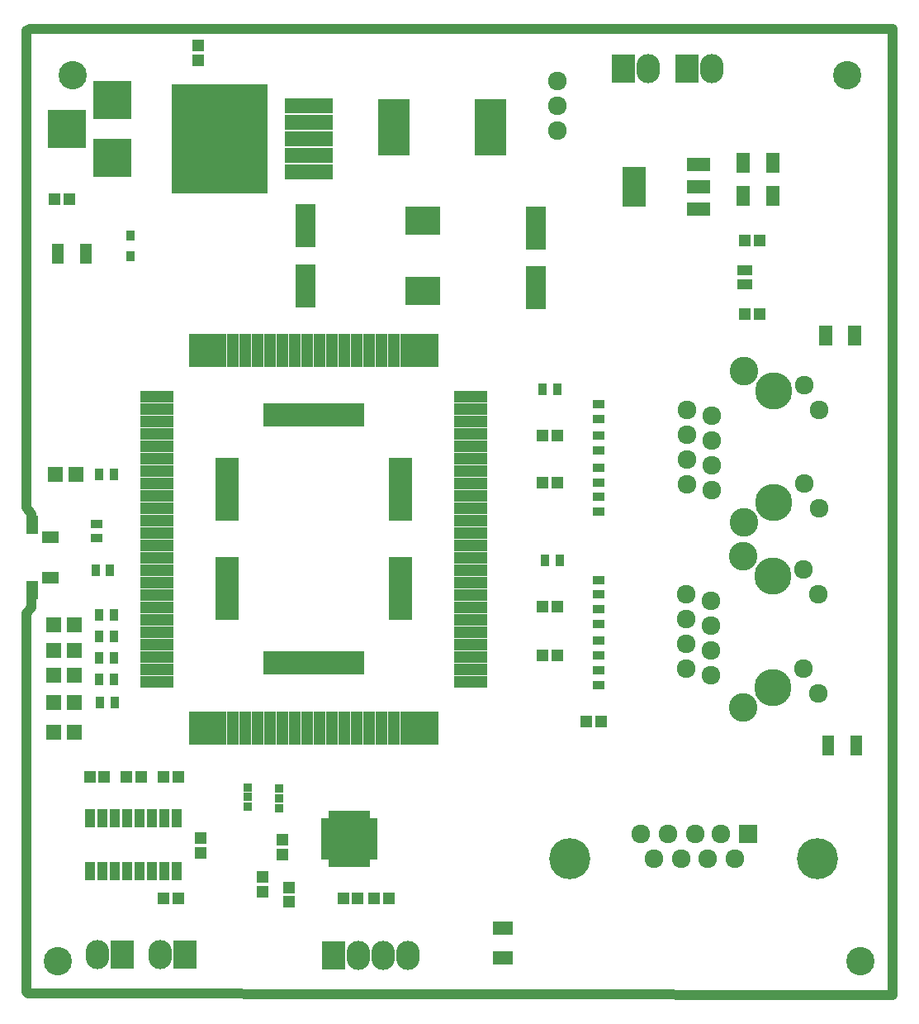
<source format=gbr>
G04 #@! TF.FileFunction,Soldermask,Top*
%FSLAX46Y46*%
G04 Gerber Fmt 4.6, Leading zero omitted, Abs format (unit mm)*
G04 Created by KiCad (PCBNEW 4.0.2-stable) date 09/06/16 16:45:41*
%MOMM*%
G01*
G04 APERTURE LIST*
%ADD10C,0.100000*%
%ADD11C,1.000000*%
%ADD12R,1.150000X1.200000*%
%ADD13R,1.200000X1.150000*%
%ADD14R,2.000200X4.400500*%
%ADD15R,1.400000X2.000000*%
%ADD16R,2.000000X1.400000*%
%ADD17R,3.900120X3.900120*%
%ADD18R,0.850000X0.990000*%
%ADD19R,3.600000X3.000000*%
%ADD20R,1.598880X1.598880*%
%ADD21C,4.210000*%
%ADD22R,1.924000X1.924000*%
%ADD23C,1.924000*%
%ADD24C,3.800000*%
%ADD25C,2.940000*%
%ADD26R,0.900000X0.900000*%
%ADD27R,3.300680X5.800040*%
%ADD28R,1.598880X0.999440*%
%ADD29R,2.400000X3.000000*%
%ADD30O,2.400000X3.000000*%
%ADD31R,1.300000X0.900000*%
%ADD32R,1.300000X2.100000*%
%ADD33R,0.900000X1.300000*%
%ADD34R,1.670000X1.300000*%
%ADD35R,1.200000X1.850000*%
%ADD36R,5.000000X1.500000*%
%ADD37R,9.800000X11.200000*%
%ADD38R,1.100000X0.650000*%
%ADD39R,0.650000X1.100000*%
%ADD40R,2.125000X2.125000*%
%ADD41R,3.400000X1.300000*%
%ADD42R,1.300000X3.400000*%
%ADD43R,2.700000X3.400000*%
%ADD44R,10.400000X2.400000*%
%ADD45R,2.400000X6.550000*%
%ADD46R,2.432000X4.057600*%
%ADD47R,2.432000X1.416000*%
%ADD48R,1.000000X1.900000*%
%ADD49C,2.900000*%
G04 APERTURE END LIST*
D10*
D11*
X101100000Y-100300000D02*
X101100000Y-100500000D01*
X100600000Y-99600000D02*
X101100000Y-100300000D01*
X100600000Y-50700000D02*
X100600000Y-99600000D01*
X101100000Y-109800000D02*
X101100000Y-108800000D01*
X100600000Y-110400000D02*
X101100000Y-109800000D01*
X100600000Y-149200000D02*
X100600000Y-110400000D01*
X100700000Y-149400000D02*
X100600000Y-149200000D01*
X189400000Y-149500000D02*
X100700000Y-149400000D01*
X189400000Y-50600000D02*
X189400000Y-149500000D01*
X100900000Y-50600000D02*
X189400000Y-50600000D01*
D12*
X118200000Y-53750000D03*
X118200000Y-52250000D03*
D13*
X103450000Y-68000000D03*
X104950000Y-68000000D03*
D14*
X129200000Y-70749460D03*
X129200000Y-76850540D03*
X152800000Y-70949460D03*
X152800000Y-77050540D03*
D12*
X124800000Y-138950000D03*
X124800000Y-137450000D03*
X126800000Y-133650000D03*
X126800000Y-135150000D03*
X127500000Y-138500000D03*
X127500000Y-140000000D03*
D13*
X134550000Y-139600000D03*
X133050000Y-139600000D03*
X137750000Y-139600000D03*
X136250000Y-139600000D03*
D15*
X174062242Y-64291594D03*
X177062242Y-64291594D03*
X174062242Y-67691594D03*
X177062242Y-67691594D03*
D13*
X155000000Y-97000000D03*
X153500000Y-97000000D03*
X155000000Y-109750000D03*
X153500000Y-109750000D03*
X155000000Y-92250000D03*
X153500000Y-92250000D03*
X155000000Y-114750000D03*
X153500000Y-114750000D03*
D16*
X149400000Y-145700000D03*
X149400000Y-142700000D03*
D13*
X174250000Y-72250000D03*
X175750000Y-72250000D03*
X158000000Y-121500000D03*
X159500000Y-121500000D03*
X174250000Y-79750000D03*
X175750000Y-79750000D03*
D15*
X185500000Y-82000000D03*
X182500000Y-82000000D03*
D17*
X109400000Y-63799480D03*
X109400000Y-57800000D03*
X104701000Y-60799740D03*
D18*
X111200000Y-71745000D03*
X111200000Y-73855000D03*
D19*
X141200000Y-77400000D03*
X141200000Y-70200000D03*
D20*
X105649020Y-96200000D03*
X103550980Y-96200000D03*
X105449020Y-111600000D03*
X103350980Y-111600000D03*
X105449020Y-114200000D03*
X103350980Y-114200000D03*
X105449020Y-116800000D03*
X103350980Y-116800000D03*
X105449020Y-119600000D03*
X103350980Y-119600000D03*
X105449020Y-122600000D03*
X103350980Y-122600000D03*
D21*
X156303000Y-135600000D03*
X181703000Y-135600000D03*
D22*
X174591000Y-133060000D03*
D23*
X171797000Y-133060000D03*
X169130000Y-133060000D03*
X166336000Y-133060000D03*
X163542000Y-133060000D03*
X173194000Y-135600000D03*
X170400000Y-135600000D03*
X167733000Y-135600000D03*
X164939000Y-135600000D03*
D24*
X177182000Y-87650000D03*
X177182000Y-99080000D03*
D23*
X170832000Y-97810000D03*
X168292000Y-97175000D03*
X170832000Y-95270000D03*
X168292000Y-94635000D03*
X170832000Y-92730000D03*
X168292000Y-92095000D03*
X170832000Y-90190000D03*
D25*
X174134000Y-85618000D03*
X174134000Y-101112000D03*
D23*
X180300000Y-97150000D03*
X181820000Y-89580000D03*
X181820000Y-99690000D03*
X180300000Y-87040000D03*
X168292000Y-89555000D03*
D24*
X177140000Y-106570000D03*
X177140000Y-118000000D03*
D23*
X170790000Y-116730000D03*
X168250000Y-116095000D03*
X170790000Y-114190000D03*
X168250000Y-113555000D03*
X170790000Y-111650000D03*
X168250000Y-111015000D03*
X170790000Y-109110000D03*
D25*
X174092000Y-104538000D03*
X174092000Y-120032000D03*
D23*
X180258000Y-116070000D03*
X181778000Y-108500000D03*
X181778000Y-118610000D03*
X180258000Y-105960000D03*
X168250000Y-108475000D03*
D26*
X126500000Y-130400000D03*
X126500000Y-129400000D03*
X126500000Y-128400000D03*
X123250000Y-130250000D03*
X123250000Y-129250000D03*
X123250000Y-128250000D03*
D27*
X138249540Y-60600000D03*
X148150460Y-60600000D03*
D28*
X174250000Y-76701040D03*
X174250000Y-75298960D03*
D29*
X132060000Y-145500000D03*
D30*
X134600000Y-145500000D03*
X137140000Y-145500000D03*
X139680000Y-145500000D03*
D29*
X161800000Y-54600000D03*
D30*
X164340000Y-54600000D03*
D29*
X168260000Y-54600000D03*
D30*
X170800000Y-54600000D03*
D31*
X107750000Y-102750000D03*
X107750000Y-101250000D03*
D32*
X103750000Y-73600000D03*
X106650000Y-73600000D03*
D33*
X109550000Y-96200000D03*
X108050000Y-96200000D03*
X109550000Y-110600000D03*
X108050000Y-110600000D03*
X109550000Y-112800000D03*
X108050000Y-112800000D03*
X109550000Y-115000000D03*
X108050000Y-115000000D03*
X109550000Y-117200000D03*
X108050000Y-117200000D03*
X109600000Y-119600000D03*
X108100000Y-119600000D03*
X109150000Y-106000000D03*
X107650000Y-106000000D03*
X155000000Y-87500000D03*
X153500000Y-87500000D03*
X155250000Y-105000000D03*
X153750000Y-105000000D03*
D31*
X159250000Y-90500000D03*
X159250000Y-89000000D03*
X159250000Y-92250000D03*
X159250000Y-93750000D03*
X159250000Y-98500000D03*
X159250000Y-100000000D03*
X159250000Y-97000000D03*
X159250000Y-95500000D03*
X159250000Y-108500000D03*
X159250000Y-107000000D03*
X159250000Y-110000000D03*
X159250000Y-111500000D03*
X159250000Y-116250000D03*
X159250000Y-117750000D03*
X159250000Y-114750000D03*
X159250000Y-113250000D03*
D23*
X155000000Y-58400000D03*
X155000000Y-55860000D03*
X155000000Y-60940000D03*
D34*
X103000000Y-102600000D03*
X103000000Y-106800000D03*
D35*
X101115000Y-101325000D03*
X101115000Y-108075000D03*
D36*
X129550000Y-58400000D03*
X129550000Y-60100000D03*
X129550000Y-63500000D03*
D37*
X120400000Y-61800000D03*
D36*
X129550000Y-61800000D03*
X129550000Y-65200000D03*
D38*
X136062500Y-135287500D03*
X136062500Y-134787500D03*
X136062500Y-134287500D03*
X136062500Y-133787500D03*
X136062500Y-133287500D03*
X136062500Y-132787500D03*
X136062500Y-132287500D03*
X136062500Y-131787500D03*
D39*
X135412500Y-131137500D03*
X134912500Y-131137500D03*
X134412500Y-131137500D03*
X133912500Y-131137500D03*
X133412500Y-131137500D03*
X132912500Y-131137500D03*
X132412500Y-131137500D03*
X131912500Y-131137500D03*
D38*
X131262500Y-131787500D03*
X131262500Y-132287500D03*
X131262500Y-132787500D03*
X131262500Y-133287500D03*
X131262500Y-133787500D03*
X131262500Y-134287500D03*
X131262500Y-134787500D03*
X131262500Y-135287500D03*
D39*
X131912500Y-135937500D03*
X132412500Y-135937500D03*
X132912500Y-135937500D03*
X133412500Y-135937500D03*
X133912500Y-135937500D03*
X134412500Y-135937500D03*
X134912500Y-135937500D03*
X135412500Y-135937500D03*
D40*
X132800000Y-132675000D03*
X132800000Y-134400000D03*
X134525000Y-132675000D03*
X134525000Y-134400000D03*
D41*
X113920000Y-88225000D03*
X113920000Y-89495000D03*
X113920000Y-90765000D03*
X113920000Y-92035000D03*
X113920000Y-93305000D03*
X113920000Y-94575000D03*
X113920000Y-95845000D03*
X113920000Y-97115000D03*
X113920000Y-98385000D03*
X113920000Y-99655000D03*
X113920000Y-100925000D03*
X113920000Y-102195000D03*
X113920000Y-103465000D03*
X113920000Y-104735000D03*
X113920000Y-106005000D03*
X113920000Y-107275000D03*
X113920000Y-108545000D03*
X113920000Y-109815000D03*
X113920000Y-111085000D03*
X113920000Y-112355000D03*
X113920000Y-113625000D03*
X113920000Y-114895000D03*
X113920000Y-116165000D03*
X113920000Y-117435000D03*
D42*
X120485000Y-122170000D03*
X121755000Y-122170000D03*
X123025000Y-122170000D03*
X124295000Y-122170000D03*
X125565000Y-122170000D03*
X126835000Y-122170000D03*
X128105000Y-122170000D03*
X129375000Y-122170000D03*
X130645000Y-122170000D03*
X131915000Y-122170000D03*
X133185000Y-122170000D03*
X134455000Y-122170000D03*
X135725000Y-122170000D03*
X136995000Y-122170000D03*
X138265000Y-122170000D03*
X139535000Y-122170000D03*
D41*
X146100000Y-117435000D03*
X146100000Y-116165000D03*
X146100000Y-114895000D03*
X146100000Y-113625000D03*
X146100000Y-112355000D03*
X146100000Y-111085000D03*
X146100000Y-109815000D03*
X146100000Y-108545000D03*
X146100000Y-107275000D03*
X146100000Y-106005000D03*
X146100000Y-104735000D03*
X146100000Y-103465000D03*
X146100000Y-102195000D03*
X146100000Y-100925000D03*
X146100000Y-99655000D03*
X146100000Y-98385000D03*
X146100000Y-97115000D03*
X146100000Y-95845000D03*
X146100000Y-94575000D03*
X146100000Y-93305000D03*
X146100000Y-92035000D03*
X146100000Y-90765000D03*
X146100000Y-89495000D03*
X146100000Y-88225000D03*
D42*
X139535000Y-83490000D03*
X138265000Y-83490000D03*
X136995000Y-83490000D03*
X135725000Y-83490000D03*
X134455000Y-83490000D03*
X133185000Y-83490000D03*
X131915000Y-83490000D03*
X130645000Y-83490000D03*
X129375000Y-83490000D03*
X128105000Y-83490000D03*
X126835000Y-83490000D03*
X125565000Y-83490000D03*
X124295000Y-83490000D03*
X123025000Y-83490000D03*
X121755000Y-83490000D03*
X120485000Y-83490000D03*
D43*
X118580000Y-83490000D03*
X118580000Y-122170000D03*
X141440000Y-122170000D03*
X141440000Y-83490000D03*
D44*
X130010000Y-90130000D03*
X130010000Y-115530000D03*
D45*
X121120000Y-97750000D03*
X121120000Y-107910000D03*
X138900000Y-107910000D03*
X138900000Y-97750000D03*
D46*
X162860242Y-66691594D03*
D47*
X169464242Y-66691594D03*
X169464242Y-64405594D03*
X169464242Y-68977594D03*
D13*
X116141628Y-127200000D03*
X114641628Y-127200000D03*
X110800000Y-127200000D03*
X112300000Y-127200000D03*
D12*
X118400000Y-133450000D03*
X118400000Y-134950000D03*
D13*
X108550000Y-127200000D03*
X107050000Y-127200000D03*
X114650000Y-139600000D03*
X116150000Y-139600000D03*
D29*
X110400000Y-145400000D03*
D30*
X107860000Y-145400000D03*
D29*
X116800000Y-145400000D03*
D30*
X114260000Y-145400000D03*
D48*
X115931628Y-131436066D03*
X114661628Y-131436066D03*
X113391628Y-131436066D03*
X112121628Y-131436066D03*
X110851628Y-131436066D03*
X109581628Y-131436066D03*
X108311628Y-131436066D03*
X107041628Y-131436066D03*
X107041628Y-136836066D03*
X108311628Y-136836066D03*
X109581628Y-136836066D03*
X110851628Y-136836066D03*
X112121628Y-136836066D03*
X113391628Y-136836066D03*
X114661628Y-136836066D03*
X115931628Y-136836066D03*
D32*
X185650000Y-124000000D03*
X182750000Y-124000000D03*
D49*
X184700000Y-55300000D03*
X105300000Y-55300000D03*
X103800000Y-146100000D03*
X186100000Y-146100000D03*
M02*

</source>
